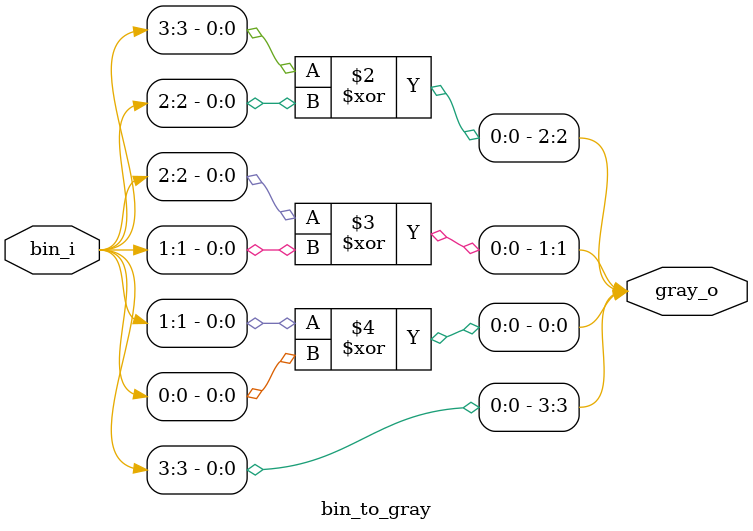
<source format=sv>
module bin_to_gray
  #(
    parameter VEC_W = 4
    )
(
 input logic[VEC_W-1: 0] bin_i,
 output logic [VEC_W-1: 0] gray_o
 );


assign gray_o[VEC_W-1] = bin_i[VEC_W-1];

generate for (genvar i = VEC_W-2; i >= 0; i--) begin : gray_loop
  assign gray_o[i] = bin_i[i+1] ^ bin_i[i];
end
endgenerate

endmodule // bin_to_gray

</source>
